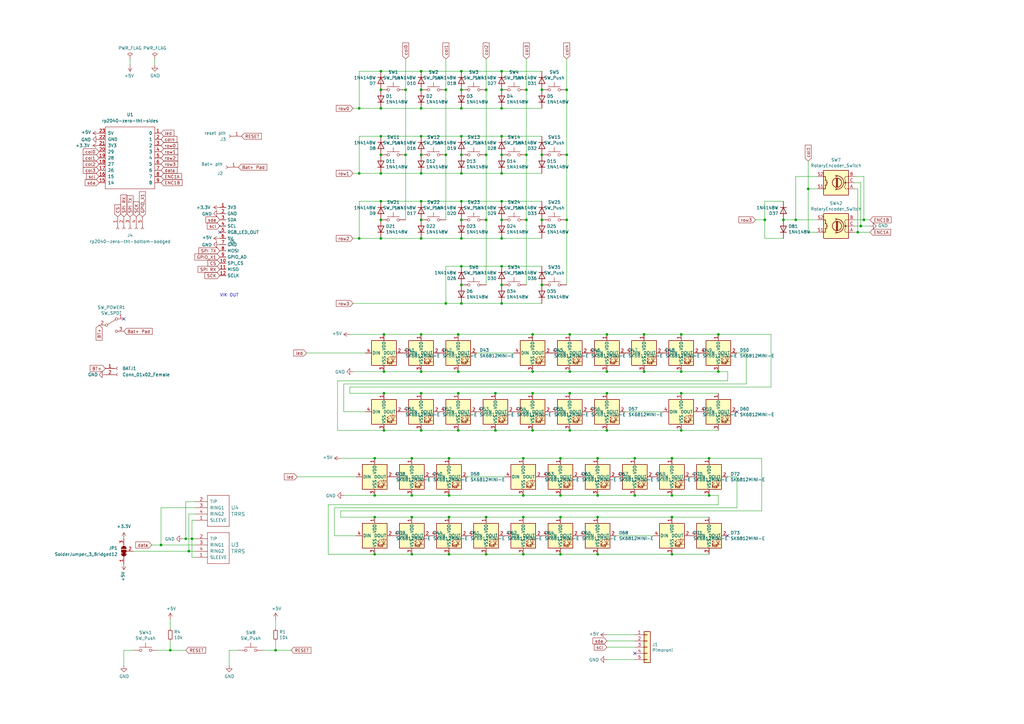
<source format=kicad_sch>
(kicad_sch (version 20230121) (generator eeschema)
  (paper "A3")
  (junction (at 157.48 152.4))
  (junction (at 290.83 203.2))
  (junction (at 205.74 116.84))
  (junction (at 275.59 203.2))
  (junction (at 203.2 161.29))
  (junction (at 275.59 187.96))
  (junction (at 168.91 203.2))
  (junction (at 354.33 90.17))
  (junction (at 353.06 92.71))
  (junction (at 260.35 187.96))
  (junction (at 187.96 152.4))
  (junction (at 245.11 203.2))
  (junction (at 205.74 44.45))
  (junction (at 215.9 90.17))
  (junction (at 184.15 227.33))
  (junction (at 189.23 97.79))
  (junction (at 69.85 266.7))
  (junction (at 172.72 36.83))
  (junction (at 248.92 161.29))
  (junction (at 153.67 187.96))
  (junction (at 172.72 152.4))
  (junction (at 156.21 44.45))
  (junction (at 233.68 176.53))
  (junction (at 279.4 152.4))
  (junction (at 205.74 109.22))
  (junction (at 187.96 176.53))
  (junction (at 229.87 212.09))
  (junction (at 294.64 152.4))
  (junction (at 184.15 212.09))
  (junction (at 187.96 161.29))
  (junction (at 189.23 36.83))
  (junction (at 172.72 63.5))
  (junction (at 331.47 77.47))
  (junction (at 156.21 71.12))
  (junction (at 156.21 63.5))
  (junction (at 189.23 44.45))
  (junction (at 232.41 63.5))
  (junction (at 157.48 137.16))
  (junction (at 215.9 36.83))
  (junction (at 189.23 71.12))
  (junction (at 189.23 29.21))
  (junction (at 189.23 55.88))
  (junction (at 182.88 63.5))
  (junction (at 279.4 176.53))
  (junction (at 321.31 90.17))
  (junction (at 172.72 137.16))
  (junction (at 205.74 90.17))
  (junction (at 248.92 152.4))
  (junction (at 214.63 227.33))
  (junction (at 189.23 82.55))
  (junction (at 245.11 212.09))
  (junction (at 233.68 152.4))
  (junction (at 248.92 176.53))
  (junction (at 229.87 203.2))
  (junction (at 218.44 161.29))
  (junction (at 232.41 90.17))
  (junction (at 222.25 63.5))
  (junction (at 156.21 55.88))
  (junction (at 205.74 29.21))
  (junction (at 199.39 63.5))
  (junction (at 214.63 187.96))
  (junction (at 275.59 227.33))
  (junction (at 189.23 116.84))
  (junction (at 218.44 176.53))
  (junction (at 156.21 97.79))
  (junction (at 168.91 212.09))
  (junction (at 229.87 187.96))
  (junction (at 215.9 63.5))
  (junction (at 182.88 124.46))
  (junction (at 153.67 212.09))
  (junction (at 205.74 55.88))
  (junction (at 189.23 63.5))
  (junction (at 184.15 203.2))
  (junction (at 279.4 137.16))
  (junction (at 205.74 97.79))
  (junction (at 172.72 161.29))
  (junction (at 168.91 227.33))
  (junction (at 233.68 137.16))
  (junction (at 205.74 36.83))
  (junction (at 205.74 63.5))
  (junction (at 222.25 90.17))
  (junction (at 182.88 36.83))
  (junction (at 147.32 44.45))
  (junction (at 199.39 227.33))
  (junction (at 153.67 203.2))
  (junction (at 233.68 161.29))
  (junction (at 172.72 90.17))
  (junction (at 232.41 36.83))
  (junction (at 222.25 36.83))
  (junction (at 199.39 212.09))
  (junction (at 77.47 226.06))
  (junction (at 199.39 90.17))
  (junction (at 264.16 137.16))
  (junction (at 222.25 116.84))
  (junction (at 184.15 187.96))
  (junction (at 172.72 71.12))
  (junction (at 172.72 176.53))
  (junction (at 156.21 90.17))
  (junction (at 78.74 220.98))
  (junction (at 172.72 82.55))
  (junction (at 248.92 137.16))
  (junction (at 245.11 187.96))
  (junction (at 113.03 266.7))
  (junction (at 260.35 203.2))
  (junction (at 351.79 95.25))
  (junction (at 76.2 220.98))
  (junction (at 199.39 36.83))
  (junction (at 326.39 90.17))
  (junction (at 203.2 176.53))
  (junction (at 275.59 212.09))
  (junction (at 290.83 187.96))
  (junction (at 279.4 161.29))
  (junction (at 153.67 227.33))
  (junction (at 187.96 137.16))
  (junction (at 157.48 161.29))
  (junction (at 147.32 71.12))
  (junction (at 205.74 124.46))
  (junction (at 156.21 36.83))
  (junction (at 229.87 227.33))
  (junction (at 245.11 227.33))
  (junction (at 66.04 223.52))
  (junction (at 157.48 176.53))
  (junction (at 189.23 90.17))
  (junction (at 189.23 109.22))
  (junction (at 205.74 71.12))
  (junction (at 189.23 124.46))
  (junction (at 156.21 82.55))
  (junction (at 166.37 36.83))
  (junction (at 172.72 97.79))
  (junction (at 264.16 152.4))
  (junction (at 166.37 63.5))
  (junction (at 156.21 29.21))
  (junction (at 218.44 152.4))
  (junction (at 294.64 137.16))
  (junction (at 313.69 90.17))
  (junction (at 214.63 203.2))
  (junction (at 172.72 44.45))
  (junction (at 168.91 187.96))
  (junction (at 205.74 82.55))
  (junction (at 172.72 55.88))
  (junction (at 218.44 137.16))
  (junction (at 147.32 97.79))
  (junction (at 214.63 212.09))
  (junction (at 172.72 29.21))
  (no_connect (at 302.26 168.91))
  (no_connect (at 90.17 95.25))
  (no_connect (at 50.8 130.81))
  (no_connect (at 260.35 267.97))
  (no_connect (at 298.45 219.71))
  (wire (pts (xy 218.44 161.29) (xy 233.68 161.29)))
  (wire (pts (xy 147.32 55.88) (xy 156.21 55.88)))
  (wire (pts (xy 350.52 90.17) (xy 354.33 90.17)))
  (wire (pts (xy 74.93 220.98) (xy 76.2 220.98)))
  (wire (pts (xy 199.39 63.5) (xy 199.39 90.17)))
  (wire (pts (xy 350.52 74.93) (xy 353.06 74.93)))
  (wire (pts (xy 50.8 266.7) (xy 50.8 273.05)))
  (wire (pts (xy 298.45 156.21) (xy 138.43 156.21)))
  (wire (pts (xy 140.97 157.48) (xy 140.97 168.91)))
  (wire (pts (xy 306.07 144.78) (xy 306.07 157.48)))
  (wire (pts (xy 139.7 187.96) (xy 153.67 187.96)))
  (wire (pts (xy 172.72 176.53) (xy 157.48 176.53)))
  (wire (pts (xy 156.21 97.79) (xy 172.72 97.79)))
  (wire (pts (xy 215.9 63.5) (xy 215.9 90.17)))
  (wire (pts (xy 78.74 228.6) (xy 78.74 220.98)))
  (wire (pts (xy 354.33 72.39) (xy 354.33 90.17)))
  (wire (pts (xy 147.32 97.79) (xy 156.21 97.79)))
  (wire (pts (xy 143.51 158.75) (xy 143.51 161.29)))
  (wire (pts (xy 205.74 71.12) (xy 222.25 71.12)))
  (wire (pts (xy 331.47 95.25) (xy 335.28 95.25)))
  (wire (pts (xy 350.52 92.71) (xy 353.06 92.71)))
  (wire (pts (xy 214.63 203.2) (xy 229.87 203.2)))
  (wire (pts (xy 147.32 44.45) (xy 156.21 44.45)))
  (wire (pts (xy 157.48 137.16) (xy 172.72 137.16)))
  (wire (pts (xy 335.28 77.47) (xy 331.47 77.47)))
  (wire (pts (xy 199.39 24.13) (xy 199.39 36.83)))
  (wire (pts (xy 63.5 24.13) (xy 63.5 26.67)))
  (wire (pts (xy 248.92 152.4) (xy 264.16 152.4)))
  (wire (pts (xy 189.23 55.88) (xy 205.74 55.88)))
  (wire (pts (xy 248.92 262.89) (xy 260.35 262.89)))
  (wire (pts (xy 350.52 95.25) (xy 351.79 95.25)))
  (wire (pts (xy 294.64 207.01) (xy 134.62 207.01)))
  (wire (pts (xy 205.74 82.55) (xy 222.25 82.55)))
  (wire (pts (xy 312.42 187.96) (xy 312.42 209.55)))
  (wire (pts (xy 229.87 187.96) (xy 245.11 187.96)))
  (wire (pts (xy 306.07 157.48) (xy 140.97 157.48)))
  (wire (pts (xy 321.31 97.79) (xy 313.69 97.79)))
  (wire (pts (xy 157.48 152.4) (xy 172.72 152.4)))
  (wire (pts (xy 275.59 203.2) (xy 290.83 203.2)))
  (wire (pts (xy 279.4 161.29) (xy 294.64 161.29)))
  (wire (pts (xy 245.11 203.2) (xy 260.35 203.2)))
  (wire (pts (xy 64.77 266.7) (xy 69.85 266.7)))
  (wire (pts (xy 233.68 152.4) (xy 248.92 152.4)))
  (wire (pts (xy 275.59 212.09) (xy 290.83 212.09)))
  (wire (pts (xy 143.51 137.16) (xy 157.48 137.16)))
  (wire (pts (xy 182.88 36.83) (xy 182.88 63.5)))
  (wire (pts (xy 147.32 97.79) (xy 147.32 82.55)))
  (wire (pts (xy 335.28 90.17) (xy 326.39 90.17)))
  (wire (pts (xy 189.23 109.22) (xy 205.74 109.22)))
  (wire (pts (xy 298.45 195.58) (xy 302.26 195.58)))
  (wire (pts (xy 290.83 187.96) (xy 312.42 187.96)))
  (wire (pts (xy 335.28 72.39) (xy 326.39 72.39)))
  (wire (pts (xy 252.73 219.71) (xy 267.97 219.71)))
  (wire (pts (xy 144.78 124.46) (xy 182.88 124.46)))
  (wire (pts (xy 156.21 55.88) (xy 172.72 55.88)))
  (wire (pts (xy 172.72 137.16) (xy 187.96 137.16)))
  (wire (pts (xy 143.51 161.29) (xy 157.48 161.29)))
  (wire (pts (xy 77.47 210.82) (xy 77.47 226.06)))
  (wire (pts (xy 233.68 161.29) (xy 248.92 161.29)))
  (wire (pts (xy 80.01 205.74) (xy 76.2 205.74)))
  (wire (pts (xy 326.39 72.39) (xy 326.39 90.17)))
  (wire (pts (xy 294.64 137.16) (xy 316.23 137.16)))
  (wire (pts (xy 166.37 63.5) (xy 166.37 90.17)))
  (wire (pts (xy 199.39 227.33) (xy 184.15 227.33)))
  (wire (pts (xy 232.41 63.5) (xy 232.41 90.17)))
  (wire (pts (xy 172.72 152.4) (xy 187.96 152.4)))
  (wire (pts (xy 233.68 176.53) (xy 218.44 176.53)))
  (wire (pts (xy 66.04 223.52) (xy 62.23 223.52)))
  (wire (pts (xy 69.85 257.81) (xy 69.85 254)))
  (wire (pts (xy 229.87 203.2) (xy 245.11 203.2)))
  (wire (pts (xy 260.35 187.96) (xy 275.59 187.96)))
  (wire (pts (xy 172.72 97.79) (xy 189.23 97.79)))
  (wire (pts (xy 182.88 109.22) (xy 189.23 109.22)))
  (wire (pts (xy 260.35 203.2) (xy 275.59 203.2)))
  (wire (pts (xy 113.03 266.7) (xy 113.03 262.89)))
  (wire (pts (xy 66.04 208.28) (xy 80.01 208.28)))
  (wire (pts (xy 353.06 74.93) (xy 353.06 92.71)))
  (wire (pts (xy 214.63 187.96) (xy 229.87 187.96)))
  (wire (pts (xy 125.73 144.78) (xy 149.86 144.78)))
  (wire (pts (xy 326.39 90.17) (xy 321.31 90.17)))
  (wire (pts (xy 191.77 195.58) (xy 207.01 195.58)))
  (wire (pts (xy 316.23 137.16) (xy 316.23 158.75)))
  (wire (pts (xy 184.15 187.96) (xy 214.63 187.96)))
  (wire (pts (xy 76.2 266.7) (xy 69.85 266.7)))
  (wire (pts (xy 312.42 209.55) (xy 139.7 209.55)))
  (wire (pts (xy 215.9 90.17) (xy 215.9 116.84)))
  (wire (pts (xy 66.04 208.28) (xy 66.04 223.52)))
  (wire (pts (xy 248.92 176.53) (xy 279.4 176.53)))
  (wire (pts (xy 294.64 152.4) (xy 298.45 152.4)))
  (wire (pts (xy 137.16 219.71) (xy 146.05 219.71)))
  (wire (pts (xy 313.69 90.17) (xy 309.88 90.17)))
  (wire (pts (xy 218.44 152.4) (xy 233.68 152.4)))
  (wire (pts (xy 350.52 77.47) (xy 351.79 77.47)))
  (wire (pts (xy 138.43 156.21) (xy 138.43 176.53)))
  (wire (pts (xy 294.64 176.53) (xy 279.4 176.53)))
  (wire (pts (xy 214.63 227.33) (xy 199.39 227.33)))
  (wire (pts (xy 205.74 29.21) (xy 222.25 29.21)))
  (wire (pts (xy 119.38 266.7) (xy 113.03 266.7)))
  (wire (pts (xy 172.72 161.29) (xy 187.96 161.29)))
  (wire (pts (xy 172.72 44.45) (xy 189.23 44.45)))
  (wire (pts (xy 147.32 44.45) (xy 147.32 29.21)))
  (wire (pts (xy 214.63 212.09) (xy 229.87 212.09)))
  (wire (pts (xy 248.92 137.16) (xy 264.16 137.16)))
  (wire (pts (xy 66.04 223.52) (xy 80.01 223.52)))
  (wire (pts (xy 69.85 266.7) (xy 69.85 262.89)))
  (wire (pts (xy 248.92 176.53) (xy 233.68 176.53)))
  (wire (pts (xy 54.61 226.06) (xy 77.47 226.06)))
  (wire (pts (xy 302.26 144.78) (xy 306.07 144.78)))
  (wire (pts (xy 147.32 29.21) (xy 156.21 29.21)))
  (wire (pts (xy 78.74 220.98) (xy 80.01 220.98)))
  (wire (pts (xy 76.2 220.98) (xy 78.74 220.98)))
  (wire (pts (xy 313.69 82.55) (xy 313.69 90.17)))
  (wire (pts (xy 313.69 97.79) (xy 313.69 90.17)))
  (wire (pts (xy 53.34 24.13) (xy 53.34 26.67)))
  (wire (pts (xy 166.37 24.13) (xy 166.37 36.83)))
  (wire (pts (xy 354.33 90.17) (xy 356.87 90.17)))
  (wire (pts (xy 147.32 82.55) (xy 156.21 82.55)))
  (wire (pts (xy 351.79 95.25) (xy 356.87 95.25)))
  (wire (pts (xy 93.98 266.7) (xy 97.79 266.7)))
  (wire (pts (xy 353.06 92.71) (xy 356.87 92.71)))
  (wire (pts (xy 182.88 124.46) (xy 189.23 124.46)))
  (wire (pts (xy 156.21 29.21) (xy 172.72 29.21)))
  (wire (pts (xy 168.91 227.33) (xy 153.67 227.33)))
  (wire (pts (xy 107.95 266.7) (xy 113.03 266.7)))
  (wire (pts (xy 229.87 212.09) (xy 245.11 212.09)))
  (wire (pts (xy 187.96 176.53) (xy 172.72 176.53)))
  (wire (pts (xy 187.96 152.4) (xy 218.44 152.4)))
  (wire (pts (xy 245.11 227.33) (xy 229.87 227.33)))
  (wire (pts (xy 302.26 208.28) (xy 137.16 208.28)))
  (wire (pts (xy 144.78 97.79) (xy 147.32 97.79)))
  (wire (pts (xy 203.2 176.53) (xy 187.96 176.53)))
  (wire (pts (xy 290.83 203.2) (xy 294.64 203.2)))
  (wire (pts (xy 248.92 265.43) (xy 260.35 265.43)))
  (wire (pts (xy 182.88 24.13) (xy 182.88 36.83)))
  (wire (pts (xy 157.48 176.53) (xy 138.43 176.53)))
  (wire (pts (xy 199.39 212.09) (xy 214.63 212.09)))
  (wire (pts (xy 229.87 227.33) (xy 214.63 227.33)))
  (wire (pts (xy 279.4 152.4) (xy 294.64 152.4)))
  (wire (pts (xy 156.21 44.45) (xy 172.72 44.45)))
  (wire (pts (xy 172.72 55.88) (xy 189.23 55.88)))
  (wire (pts (xy 218.44 137.16) (xy 233.68 137.16)))
  (wire (pts (xy 144.78 152.4) (xy 157.48 152.4)))
  (wire (pts (xy 203.2 161.29) (xy 218.44 161.29)))
  (wire (pts (xy 232.41 90.17) (xy 232.41 116.84)))
  (wire (pts (xy 232.41 24.13) (xy 232.41 36.83)))
  (wire (pts (xy 248.92 270.51) (xy 260.35 270.51)))
  (wire (pts (xy 156.21 82.55) (xy 172.72 82.55)))
  (wire (pts (xy 264.16 137.16) (xy 279.4 137.16)))
  (wire (pts (xy 245.11 227.33) (xy 275.59 227.33)))
  (wire (pts (xy 153.67 227.33) (xy 134.62 227.33)))
  (wire (pts (xy 233.68 137.16) (xy 248.92 137.16)))
  (wire (pts (xy 245.11 187.96) (xy 260.35 187.96)))
  (wire (pts (xy 153.67 187.96) (xy 168.91 187.96)))
  (wire (pts (xy 189.23 44.45) (xy 205.74 44.45)))
  (wire (pts (xy 153.67 203.2) (xy 168.91 203.2)))
  (wire (pts (xy 205.74 55.88) (xy 222.25 55.88)))
  (wire (pts (xy 184.15 212.09) (xy 199.39 212.09)))
  (wire (pts (xy 275.59 187.96) (xy 290.83 187.96)))
  (wire (pts (xy 166.37 36.83) (xy 166.37 63.5)))
  (wire (pts (xy 316.23 158.75) (xy 143.51 158.75)))
  (wire (pts (xy 137.16 208.28) (xy 137.16 219.71)))
  (wire (pts (xy 187.96 161.29) (xy 203.2 161.29)))
  (wire (pts (xy 144.78 71.12) (xy 147.32 71.12)))
  (wire (pts (xy 140.97 168.91) (xy 149.86 168.91)))
  (wire (pts (xy 331.47 66.04) (xy 331.47 77.47)))
  (wire (pts (xy 184.15 227.33) (xy 168.91 227.33)))
  (wire (pts (xy 232.41 36.83) (xy 232.41 63.5)))
  (wire (pts (xy 245.11 212.09) (xy 275.59 212.09)))
  (wire (pts (xy 248.92 161.29) (xy 279.4 161.29)))
  (wire (pts (xy 215.9 36.83) (xy 215.9 63.5)))
  (wire (pts (xy 205.74 44.45) (xy 222.25 44.45)))
  (wire (pts (xy 184.15 203.2) (xy 214.63 203.2)))
  (wire (pts (xy 205.74 97.79) (xy 222.25 97.79)))
  (wire (pts (xy 189.23 82.55) (xy 205.74 82.55)))
  (wire (pts (xy 80.01 213.36) (xy 78.74 213.36)))
  (wire (pts (xy 279.4 137.16) (xy 294.64 137.16)))
  (wire (pts (xy 172.72 82.55) (xy 189.23 82.55)))
  (wire (pts (xy 298.45 152.4) (xy 298.45 156.21)))
  (wire (pts (xy 264.16 152.4) (xy 279.4 152.4)))
  (wire (pts (xy 189.23 71.12) (xy 205.74 71.12)))
  (wire (pts (xy 147.32 71.12) (xy 147.32 55.88)))
  (wire (pts (xy 294.64 203.2) (xy 294.64 207.01)))
  (wire (pts (xy 140.97 203.2) (xy 153.67 203.2)))
  (wire (pts (xy 168.91 187.96) (xy 184.15 187.96)))
  (wire (pts (xy 331.47 77.47) (xy 331.47 95.25)))
  (wire (pts (xy 168.91 203.2) (xy 184.15 203.2)))
  (wire (pts (xy 144.78 44.45) (xy 147.32 44.45)))
  (wire (pts (xy 182.88 124.46) (xy 182.88 109.22)))
  (wire (pts (xy 218.44 176.53) (xy 203.2 176.53)))
  (wire (pts (xy 78.74 213.36) (xy 78.74 220.98)))
  (wire (pts (xy 350.52 72.39) (xy 354.33 72.39)))
  (wire (pts (xy 215.9 24.13) (xy 215.9 36.83)))
  (wire (pts (xy 205.74 109.22) (xy 222.25 109.22)))
  (wire (pts (xy 189.23 97.79) (xy 205.74 97.79)))
  (wire (pts (xy 157.48 161.29) (xy 172.72 161.29)))
  (wire (pts (xy 182.88 63.5) (xy 182.88 90.17)))
  (wire (pts (xy 187.96 137.16) (xy 218.44 137.16)))
  (wire (pts (xy 189.23 124.46) (xy 205.74 124.46)))
  (wire (pts (xy 80.01 228.6) (xy 78.74 228.6)))
  (wire (pts (xy 199.39 36.83) (xy 199.39 63.5)))
  (wire (pts (xy 77.47 210.82) (xy 80.01 210.82)))
  (wire (pts (xy 139.7 209.55) (xy 139.7 212.09)))
  (wire (pts (xy 76.2 205.74) (xy 76.2 220.98)))
  (wire (pts (xy 121.92 195.58) (xy 146.05 195.58)))
  (wire (pts (xy 248.92 260.35) (xy 260.35 260.35)))
  (wire (pts (xy 134.62 207.01) (xy 134.62 227.33)))
  (wire (pts (xy 256.54 168.91) (xy 271.78 168.91)))
  (wire (pts (xy 168.91 212.09) (xy 184.15 212.09)))
  (wire (pts (xy 113.03 257.81) (xy 113.03 254)))
  (wire (pts (xy 290.83 227.33) (xy 275.59 227.33)))
  (wire (pts (xy 153.67 212.09) (xy 168.91 212.09)))
  (wire (pts (xy 77.47 226.06) (xy 80.01 226.06)))
  (wire (pts (xy 172.72 71.12) (xy 189.23 71.12)))
  (wire (pts (xy 93.98 266.7) (xy 93.98 273.05)))
  (wire (pts (xy 172.72 29.21) (xy 189.23 29.21)))
  (wire (pts (xy 321.31 82.55) (xy 313.69 82.55)))
  (wire (pts (xy 50.8 266.7) (xy 54.61 266.7)))
  (wire (pts (xy 139.7 212.09) (xy 153.67 212.09)))
  (wire (pts (xy 156.21 71.12) (xy 172.72 71.12)))
  (wire (pts (xy 302.26 195.58) (xy 302.26 208.28)))
  (wire (pts (xy 199.39 90.17) (xy 199.39 116.84)))
  (wire (pts (xy 195.58 144.78) (xy 210.82 144.78)))
  (wire (pts (xy 147.32 71.12) (xy 156.21 71.12)))
  (wire (pts (xy 351.79 77.47) (xy 351.79 95.25)))
  (wire (pts (xy 205.74 124.46) (xy 222.25 124.46)))
  (wire (pts (xy 189.23 29.21) (xy 205.74 29.21)))
  (text "VIK OUT" (at 90.17 121.92 0) (effects (font (size 1.27 1.27)) (justify left bottom)))
  (global_label "col2" (shape input) (at 199.39 24.13 90) (property "Intersheetrefs" "${INTERSHEET_REFS}" (effects hide)))
  (global_label "data" (shape input) (at 62.23 223.52 180) (property "Intersheetrefs" "${INTERSHEET_REFS}" (effects hide)))
  (global_label "Bat+ Pad" (shape input) (at 50.8 135.89 0) (property "Intersheetrefs" "${INTERSHEET_REFS}" (effects hide)))
  (global_label "BT+" (shape input) (at 40.64 133.35 270) (property "Intersheetrefs" "${INTERSHEET_REFS}" (effects hide)))
  (global_label "col0" (shape input) (at 40.64 62.23 180) (property "Intersheetrefs" "${INTERSHEET_REFS}" (effects hide)))
  (global_label "Bat+ Pad" (shape input) (at 97.79 68.58 0) (property "Intersheetrefs" "${INTERSHEET_REFS}" (effects hide)))
  (global_label "GPIO_X1" (shape input) (at 90.17 105.41 180) (property "Intersheetrefs" "${INTERSHEET_REFS}" (effects hide)))
  (global_label "GPIO_X1" (shape input) (at 58.42 88.9 90) (property "Intersheetrefs" "${INTERSHEET_REFS}" (effects hide)))
  (global_label "col3" (shape input) (at 215.9 24.13 90) (property "Intersheetrefs" "${INTERSHEET_REFS}" (effects hide)))
  (global_label "ENC1B" (shape input) (at 356.87 90.17 0) (property "Intersheetrefs" "${INTERSHEET_REFS}" (effects hide)))
  (global_label "row1" (shape input) (at 66.04 62.23 0) (property "Intersheetrefs" "${INTERSHEET_REFS}" (effects hide)))
  (global_label "row3" (shape input) (at 309.88 90.17 180) (property "Intersheetrefs" "${INTERSHEET_REFS}" (effects hide)))
  (global_label "ENC1A" (shape input) (at 66.04 72.39 0) (property "Intersheetrefs" "${INTERSHEET_REFS}" (effects hide)))
  (global_label "SCK" (shape input) (at 55.88 88.9 90) (property "Intersheetrefs" "${INTERSHEET_REFS}" (effects hide)))
  (global_label "row3" (shape input) (at 66.04 67.31 0) (property "Intersheetrefs" "${INTERSHEET_REFS}" (effects hide)))
  (global_label "col2" (shape input) (at 40.64 67.31 180) (property "Intersheetrefs" "${INTERSHEET_REFS}" (effects hide)))
  (global_label "ENC1B" (shape input) (at 66.04 74.93 0) (property "Intersheetrefs" "${INTERSHEET_REFS}" (effects hide)))
  (global_label "col1" (shape input) (at 331.47 66.04 90) (property "Intersheetrefs" "${INTERSHEET_REFS}" (effects hide)))
  (global_label "row2" (shape input) (at 144.78 97.79 180) (property "Intersheetrefs" "${INTERSHEET_REFS}" (effects hide)))
  (global_label "SPI RX" (shape input) (at 50.8 88.9 90) (property "Intersheetrefs" "${INTERSHEET_REFS}" (effects hide)))
  (global_label "RESET" (shape input) (at 76.2 266.7 0) (property "Intersheetrefs" "${INTERSHEET_REFS}" (effects hide)))
  (global_label "col1" (shape input) (at 182.88 24.13 90) (property "Intersheetrefs" "${INTERSHEET_REFS}" (effects hide)))
  (global_label "SPI RX" (shape input) (at 90.17 110.49 180) (property "Intersheetrefs" "${INTERSHEET_REFS}" (effects hide)))
  (global_label "led" (shape input) (at 121.92 195.58 180) (property "Intersheetrefs" "${INTERSHEET_REFS}" (effects hide)))
  (global_label "col4" (shape input) (at 66.04 57.15 0) (property "Intersheetrefs" "${INTERSHEET_REFS}" (effects hide)))
  (global_label "row1" (shape input) (at 144.78 71.12 180) (property "Intersheetrefs" "${INTERSHEET_REFS}" (effects hide)))
  (global_label "SCK" (shape input) (at 90.17 113.03 180) (property "Intersheetrefs" "${INTERSHEET_REFS}" (effects hide)))
  (global_label "data" (shape input) (at 66.04 69.85 0) (property "Intersheetrefs" "${INTERSHEET_REFS}" (effects hide)))
  (global_label "sda" (shape input) (at 40.64 74.93 180) (property "Intersheetrefs" "${INTERSHEET_REFS}" (effects hide)))
  (global_label "SPI TX" (shape input) (at 53.34 88.9 90) (property "Intersheetrefs" "${INTERSHEET_REFS}" (effects hide)))
  (global_label "RESET" (shape input) (at 99.06 55.88 0) (property "Intersheetrefs" "${INTERSHEET_REFS}" (effects hide)))
  (global_label "SPI TX" (shape input) (at 90.17 102.87 180) (property "Intersheetrefs" "${INTERSHEET_REFS}" (effects hide)))
  (global_label "RESET" (shape input) (at 119.38 266.7 0) (property "Intersheetrefs" "${INTERSHEET_REFS}" (effects hide)))
  (global_label "led" (shape input) (at 66.04 54.61 0) (property "Intersheetrefs" "${INTERSHEET_REFS}" (effects hide)))
  (global_label "CS" (shape input) (at 48.26 88.9 90) (property "Intersheetrefs" "${INTERSHEET_REFS}" (effects hide)))
  (global_label "col3" (shape input) (at 40.64 69.85 180) (property "Intersheetrefs" "${INTERSHEET_REFS}" (effects hide)))
  (global_label "row3" (shape input) (at 144.78 124.46 180) (property "Intersheetrefs" "${INTERSHEET_REFS}" (effects hide)))
  (global_label "row2" (shape input) (at 66.04 64.77 0) (property "Intersheetrefs" "${INTERSHEET_REFS}" (effects hide)))
  (global_label "BT+" (shape input) (at 43.18 151.13 180) (property "Intersheetrefs" "${INTERSHEET_REFS}" (effects hide)))
  (global_label "scl" (shape input) (at 90.17 92.71 180) (property "Intersheetrefs" "${INTERSHEET_REFS}" (effects hide)))
  (global_label "row0" (shape input) (at 144.78 44.45 180) (property "Intersheetrefs" "${INTERSHEET_REFS}" (effects hide)))
  (global_label "row0" (shape input) (at 66.04 59.69 0) (property "Intersheetrefs" "${INTERSHEET_REFS}" (effects hide)))
  (global_label "led" (shape input) (at 125.73 144.78 180) (property "Intersheetrefs" "${INTERSHEET_REFS}" (effects hide)))
  (global_label "ENC1A" (shape input) (at 356.87 95.25 0) (property "Intersheetrefs" "${INTERSHEET_REFS}" (effects hide)))
  (global_label "col4" (shape input) (at 232.41 24.13 90) (property "Intersheetrefs" "${INTERSHEET_REFS}" (effects hide)))
  (global_label "sda" (shape input) (at 248.92 262.89 180) (property "Intersheetrefs" "${INTERSHEET_REFS}" (effects hide)))
  (global_label "col0" (shape input) (at 166.37 24.13 90) (property "Intersheetrefs" "${INTERSHEET_REFS}" (effects hide)))
  (global_label "sda" (shape input) (at 90.17 90.17 180) (property "Intersheetrefs" "${INTERSHEET_REFS}" (effects hide)))
  (global_label "scl" (shape input) (at 40.64 72.39 180) (property "Intersheetrefs" "${INTERSHEET_REFS}" (effects hide)))
  (global_label "CS" (shape input) (at 90.17 107.95 180) (property "Intersheetrefs" "${INTERSHEET_REFS}" (effects hide)))
  (global_label "scl" (shape input) (at 248.92 265.43 180) (property "Intersheetrefs" "${INTERSHEET_REFS}" (effects hide)))
  (global_label "col1" (shape input) (at 40.64 64.77 180) (property "Intersheetrefs" "${INTERSHEET_REFS}" (effects hide)))
  (symbol (lib_id "Device:R_Small") (at 69.85 260.35 0) (unit 1)
    (property "Reference" "R4" (at 71.3486 259.1816 0) (effects (justify left)))
    (property "Value" "10k" (at 71.3486 261.493 0) (effects (justify left)))
    (property "Footprint" "Resistor_SMD:R_0805_2012Metric" (effects hide))
    (property "LCSC" "C17414" (effects hide))
  )
  (symbol (lib_id "power:+5V") (at 69.85 254 0) (unit 1)
    (property "Reference" "#PWR011" (effects hide))
    (property "Value" "+5V" (at 70.231 249.6058 0))
  )
  (symbol (lib_id "power:GND") (at 50.8 273.05 0) (unit 1)
    (property "Reference" "#PWR013" (effects hide))
    (property "Value" "GND" (at 50.927 277.4442 0))
  )
  (symbol (lib_id "Switch:SW_Push") (at 161.29 36.83 0) (unit 1)
    (property "Reference" "SW1" (at 161.29 29.591 0))
    (property "Value" "SW_Push" (at 161.29 31.9024 0))
    (property "Footprint" "keyswitches:SW_PG1350_reversible" (effects hide))
  )
  (symbol (lib_id "Diode:1N4148W") (at 156.21 40.64 90) (unit 1)
    (property "Reference" "D1" (at 158.242 39.4716 90) (effects (justify right)))
    (property "Value" "1N4148W" (at 158.242 41.783 90) (effects (justify right)))
    (property "Footprint" "Diode_SMD:D_SOD-123" (effects hide))
    (property "Datasheet" "https://www.vishay.com/docs/85748/1n4148w.pdf" (effects hide))
    (property "LCSC" "C727110" (effects hide))
  )
  (symbol (lib_id "Switch:SW_Push") (at 177.8 36.83 0) (unit 1)
    (property "Reference" "SW2" (at 177.8 29.591 0))
    (property "Value" "SW_Push" (at 177.8 31.9024 0))
    (property "Footprint" "keyswitches:SW_PG1350_reversible" (effects hide))
  )
  (symbol (lib_id "Diode:1N4148W") (at 172.72 40.64 90) (unit 1)
    (property "Reference" "D2" (at 174.752 39.4716 90) (effects (justify right)))
    (property "Value" "1N4148W" (at 174.752 41.783 90) (effects (justify right)))
    (property "Footprint" "Diode_SMD:D_SOD-123" (effects hide))
    (property "Datasheet" "https://www.vishay.com/docs/85748/1n4148w.pdf" (effects hide))
    (property "LCSC" "C727110" (effects hide))
  )
  (symbol (lib_id "Switch:SW_Push") (at 194.31 36.83 0) (unit 1)
    (property "Reference" "SW3" (at 194.31 29.591 0))
    (property "Value" "SW_Push" (at 194.31 31.9024 0))
    (property "Footprint" "keyswitches:SW_PG1350_reversible" (effects hide))
  )
  (symbol (lib_id "Diode:1N4148W") (at 189.23 40.64 90) (unit 1)
    (property "Reference" "D3" (at 191.262 39.4716 90) (effects (justify right)))
    (property "Value" "1N4148W" (at 191.262 41.783 90) (effects (justify right)))
    (property "Footprint" "Diode_SMD:D_SOD-123" (effects hide))
    (property "Datasheet" "https://www.vishay.com/docs/85748/1n4148w.pdf" (effects hide))
    (property "LCSC" "C727110" (effects hide))
  )
  (symbol (lib_id "Switch:SW_Push") (at 210.82 36.83 0) (unit 1)
    (property "Reference" "SW4" (at 210.82 29.591 0))
    (property "Value" "SW_Push" (at 210.82 31.9024 0))
    (property "Footprint" "keyswitches:SW_PG1350_reversible" (effects hide))
  )
  (symbol (lib_id "Diode:1N4148W") (at 205.74 40.64 90) (unit 1)
    (property "Reference" "D4" (at 207.772 39.4716 90) (effects (justify right)))
    (property "Value" "1N4148W" (at 207.772 41.783 90) (effects (justify right)))
    (property "Footprint" "Diode_SMD:D_SOD-123" (effects hide))
    (property "Datasheet" "https://www.vishay.com/docs/85748/1n4148w.pdf" (effects hide))
    (property "LCSC" "C727110" (effects hide))
  )
  (symbol (lib_id "Switch:SW_Push") (at 227.33 36.83 0) (unit 1)
    (property "Reference" "SW5" (at 227.33 29.591 0))
    (property "Value" "SW_Push" (at 227.33 31.9024 0))
    (property "Footprint" "keyswitches:SW_PG1350_reversible" (effects hide))
  )
  (symbol (lib_id "Diode:1N4148W") (at 222.25 40.64 90) (unit 1)
    (property "Reference" "D5" (at 224.282 39.4716 90) (effects (justify right)))
    (property "Value" "1N4148W" (at 224.282 41.783 90) (effects (justify right)))
    (property "Footprint" "Diode_SMD:D_SOD-123" (effects hide))
    (property "Datasheet" "https://www.vishay.com/docs/85748/1n4148w.pdf" (effects hide))
    (property "LCSC" "C727110" (effects hide))
  )
  (symbol (lib_id "Switch:SW_Push") (at 161.29 63.5 0) (unit 1)
    (property "Reference" "SW11" (at 161.29 56.261 0))
    (property "Value" "SW_Push" (at 161.29 58.5724 0))
    (property "Footprint" "keyswitches:SW_PG1350_reversible" (effects hide))
  )
  (symbol (lib_id "Diode:1N4148W") (at 156.21 67.31 90) (unit 1)
    (property "Reference" "D11" (at 158.242 66.1416 90) (effects (justify right)))
    (property "Value" "1N4148W" (at 158.242 68.453 90) (effects (justify right)))
    (property "Footprint" "Diode_SMD:D_SOD-123" (effects hide))
    (property "Datasheet" "https://www.vishay.com/docs/85748/1n4148w.pdf" (effects hide))
    (property "LCSC" "C727110" (effects hide))
  )
  (symbol (lib_id "Switch:SW_Push") (at 177.8 63.5 0) (unit 1)
    (property "Reference" "SW12" (at 177.8 56.261 0))
    (property "Value" "SW_Push" (at 177.8 58.5724 0))
    (property "Footprint" "keyswitches:SW_PG1350_reversible" (effects hide))
  )
  (symbol (lib_id "Diode:1N4148W") (at 172.72 67.31 90) (unit 1)
    (property "Reference" "D12" (at 174.752 66.1416 90) (effects (justify right)))
    (property "Value" "1N4148W" (at 174.752 68.453 90) (effects (justify right)))
    (property "Footprint" "Diode_SMD:D_SOD-123" (effects hide))
    (property "Datasheet" "https://www.vishay.com/docs/85748/1n4148w.pdf" (effects hide))
    (property "LCSC" "C727110" (effects hide))
  )
  (symbol (lib_id "Switch:SW_Push") (at 194.31 63.5 0) (unit 1)
    (property "Reference" "SW13" (at 194.31 56.261 0))
    (property "Value" "SW_Push" (at 194.31 58.5724 0))
    (property "Footprint" "keyswitches:SW_PG1350_reversible" (effects hide))
  )
  (symbol (lib_id "Diode:1N4148W") (at 189.23 67.31 90) (unit 1)
    (property "Reference" "D13" (at 191.262 66.1416 90) (effects (justify right)))
    (property "Value" "1N4148W" (at 191.262 68.453 90) (effects (justify right)))
    (property "Footprint" "Diode_SMD:D_SOD-123" (effects hide))
    (property "Datasheet" "https://www.vishay.com/docs/85748/1n4148w.pdf" (effects hide))
    (property "LCSC" "C727110" (effects hide))
  )
  (symbol (lib_id "Switch:SW_Push") (at 210.82 63.5 0) (unit 1)
    (property "Reference" "SW14" (at 210.82 56.261 0))
    (property "Value" "SW_Push" (at 210.82 58.5724 0))
    (property "Footprint" "keyswitches:SW_PG1350_reversible" (effects hide))
  )
  (symbol (lib_id "Diode:1N4148W") (at 205.74 67.31 90) (unit 1)
    (property "Reference" "D14" (at 207.772 66.1416 90) (effects (justify right)))
    (property "Value" "1N4148W" (at 207.772 68.453 90) (effects (justify right)))
    (property "Footprint" "Diode_SMD:D_SOD-123" (effects hide))
    (property "Datasheet" "https://www.vishay.com/docs/85748/1n4148w.pdf" (effects hide))
    (property "LCSC" "C727110" (effects hide))
  )
  (symbol (lib_id "Switch:SW_Push") (at 227.33 63.5 0) (unit 1)
    (property "Reference" "SW15" (at 227.33 56.261 0))
    (property "Value" "SW_Push" (at 227.33 58.5724 0))
    (property "Footprint" "keyswitches:SW_PG1350_reversible" (effects hide))
  )
  (symbol (lib_id "Diode:1N4148W") (at 222.25 67.31 90) (unit 1)
    (property "Reference" "D15" (at 224.282 66.1416 90) (effects (justify right)))
    (property "Value" "1N4148W" (at 224.282 68.453 90) (effects (justify right)))
    (property "Footprint" "Diode_SMD:D_SOD-123" (effects hide))
    (property "Datasheet" "https://www.vishay.com/docs/85748/1n4148w.pdf" (effects hide))
    (property "LCSC" "C727110" (effects hide))
  )
  (symbol (lib_id "Switch:SW_Push") (at 161.29 90.17 0) (unit 1)
    (property "Reference" "SW21" (at 161.29 82.931 0))
    (property "Value" "SW_Push" (at 161.29 85.2424 0))
    (property "Footprint" "keyswitches:SW_PG1350_reversible" (effects hide))
  )
  (symbol (lib_id "Diode:1N4148W") (at 156.21 93.98 90) (unit 1)
    (property "Reference" "D21" (at 158.242 92.8116 90) (effects (justify right)))
    (property "Value" "1N4148W" (at 158.242 95.123 90) (effects (justify right)))
    (property "Footprint" "Diode_SMD:D_SOD-123" (effects hide))
    (property "Datasheet" "https://www.vishay.com/docs/85748/1n4148w.pdf" (effects hide))
    (property "LCSC" "C727110" (effects hide))
  )
  (symbol (lib_id "Switch:SW_Push") (at 177.8 90.17 0) (unit 1)
    (property "Reference" "SW22" (at 177.8 82.931 0))
    (property "Value" "SW_Push" (at 177.8 85.2424 0))
    (property "Footprint" "keyswitches:SW_PG1350_reversible" (effects hide))
  )
  (symbol (lib_id "Diode:1N4148W") (at 172.72 93.98 90) (unit 1)
    (property "Reference" "D22" (at 174.752 92.8116 90) (effects (justify right)))
    (property "Value" "1N4148W" (at 174.752 95.123 90) (effects (justify right)))
    (property "Footprint" "Diode_SMD:D_SOD-123" (effects hide))
    (property "Datasheet" "https://www.vishay.com/docs/85748/1n4148w.pdf" (effects hide))
    (property "LCSC" "C727110" (effects hide))
  )
  (symbol (lib_id "Switch:SW_Push") (at 194.31 90.17 0) (unit 1)
    (property "Reference" "SW23" (at 194.31 82.931 0))
    (property "Value" "SW_Push" (at 194.31 85.2424 0))
    (property "Footprint" "keyswitches:SW_PG1350_reversible" (effects hide))
  )
  (symbol (lib_id "Diode:1N4148W") (at 189.23 93.98 90) (unit 1)
    (property "Reference" "D23" (at 191.262 92.8116 90) (effects (justify right)))
    (property "Value" "1N4148W" (at 191.262 95.123 90) (effects (justify right)))
    (property "Footprint" "Diode_SMD:D_SOD-123" (effects hide))
    (property "Datasheet" "https://www.vishay.com/docs/85748/1n4148w.pdf" (effects hide))
    (property "LCSC" "C727110" (effects hide))
  )
  (symbol (lib_id "Switch:SW_Push") (at 210.82 90.17 0) (unit 1)
    (property "Reference" "SW24" (at 210.82 82.931 0))
    (property "Value" "SW_Push" (at 210.82 85.2424 0))
    (property "Footprint" "keyswitches:SW_PG1350_reversible" (effects hide))
  )
  (symbol (lib_id "Diode:1N4148W") (at 205.74 93.98 90) (unit 1)
    (property "Reference" "D24" (at 207.772 92.8116 90) (effects (justify right)))
    (property "Value" "1N4148W" (at 207.772 95.123 90) (effects (justify right)))
    (property "Footprint" "Diode_SMD:D_SOD-123" (effects hide))
    (property "Datasheet" "https://www.vishay.com/docs/85748/1n4148w.pdf" (effects hide))
    (property "LCSC" "C727110" (effects hide))
  )
  (symbol (lib_id "Switch:SW_Push") (at 227.33 90.17 0) (unit 1)
    (property "Reference" "SW25" (at 227.33 82.931 0))
    (property "Value" "SW_Push" (at 227.33 85.2424 0))
    (property "Footprint" "keyswitches:SW_PG1350_reversible" (effects hide))
  )
  (symbol (lib_id "Diode:1N4148W") (at 222.25 93.98 90) (unit 1)
    (property "Reference" "D25" (at 224.282 92.8116 90) (effects (justify right)))
    (property "Value" "1N4148W" (at 224.282 95.123 90) (effects (justify right)))
    (property "Footprint" "Diode_SMD:D_SOD-123" (effects hide))
    (property "Datasheet" "https://www.vishay.com/docs/85748/1n4148w.pdf" (effects hide))
    (property "LCSC" "C727110" (effects hide))
  )
  (symbol (lib_id "Switch:SW_Push") (at 210.82 116.84 0) (unit 1)
    (property "Reference" "SW34" (at 210.82 109.601 0))
    (property "Value" "SW_Push" (at 210.82 111.9124 0))
    (property "Footprint" "keyswitches:SW_PG1350_reversible" (effects hide))
  )
  (symbol (lib_id "Diode:1N4148W") (at 205.74 120.65 90) (unit 1)
    (property "Reference" "D34" (at 207.772 119.4816 90) (effects (justify right)))
    (property "Value" "1N4148W" (at 207.772 121.793 90) (effects (justify right)))
    (property "Footprint" "Diode_SMD:D_SOD-123" (effects hide))
    (property "Datasheet" "https://www.vishay.com/docs/85748/1n4148w.pdf" (effects hide))
    (property "LCSC" "C727110" (effects hide))
  )
  (symbol (lib_id "Switch:SW_Push") (at 227.33 116.84 0) (unit 1)
    (property "Reference" "SW35" (at 227.33 109.601 0))
    (property "Value" "SW_Push" (at 227.33 111.9124 0))
    (property "Footprint" "keyswitches:SW_PG1350_reversible" (effects hide))
  )
  (symbol (lib_id "Diode:1N4148W") (at 222.25 120.65 90) (unit 1)
    (property "Reference" "D35" (at 224.282 119.4816 90) (effects (justify right)))
    (property "Value" "1N4148W" (at 224.282 121.793 90) (effects (justify right)))
    (property "Footprint" "Diode_SMD:D_SOD-123" (effects hide))
    (property "Datasheet" "https://www.vishay.com/docs/85748/1n4148w.pdf" (effects hide))
    (property "LCSC" "C727110" (effects hide))
  )
  (symbol (lib_id "Connector_Generic:Conn_01x05") (at 265.43 265.43 0) (unit 1)
    (property "Reference" "J1" (at 267.462 264.3632 0) (effects (justify left)))
    (property "Value" "Pimoroni" (at 267.462 266.6746 0) (effects (justify left)))
    (property "Footprint" "other_parts:pimoroni" (effects hide))
  )
  (symbol (lib_id "power:+5V") (at 248.92 260.35 90) (unit 1)
    (property "Reference" "#PWR0106" (effects hide))
    (property "Value" "+5V" (at 245.6688 259.969 90) (effects (justify left)))
  )
  (symbol (lib_id "power:GND") (at 248.92 270.51 270) (unit 1)
    (property "Reference" "#PWR0107" (effects hide))
    (property "Value" "GND" (at 245.6688 270.637 90) (effects (justify right)))
  )
  (symbol (lib_id "bgkeeb-rescue:Rotary_Encoder_Switch-Device") (at 342.9 92.71 180) (unit 1)
    (property "Reference" "SW42" (at 342.9 83.3882 0))
    (property "Value" "RotaryEncoder_Switch" (at 342.9 85.6996 0))
    (property "Footprint" "Keebio-Parts:RotaryEncoder_EC11-no-legs" (effects hide))
  )
  (symbol (lib_id "power:+5V") (at 143.51 137.16 90) (unit 1)
    (property "Reference" "#PWR0102" (effects hide))
    (property "Value" "+5V" (at 140.2588 136.779 90) (effects (justify left)))
  )
  (symbol (lib_id "Diode:1N4148W") (at 321.31 93.98 90) (unit 1)
    (property "Reference" "D81" (at 323.342 92.8116 90) (effects (justify right)))
    (property "Value" "1N4148W" (at 323.342 95.123 90) (effects (justify right)))
    (property "Footprint" "Diode_SMD:D_SOD-123" (effects hide))
    (property "Datasheet" "https://www.vishay.com/docs/85748/1n4148w.pdf" (effects hide))
    (property "LCSC" "C727110" (effects hide))
  )
  (symbol (lib_id "power:PWR_FLAG") (at 53.34 24.13 0) (unit 1)
    (property "Reference" "#FLG0102" (effects hide))
    (property "Value" "PWR_FLAG" (at 53.34 19.7358 0))
  )
  (symbol (lib_id "power:+5V") (at 53.34 26.67 180) (unit 1)
    (property "Reference" "#PWR0104" (effects hide))
    (property "Value" "+5V" (at 52.959 31.0642 0))
  )
  (symbol (lib_id "power:GND") (at 63.5 26.67 0) (unit 1)
    (property "Reference" "#PWR0105" (effects hide))
    (property "Value" "GND" (at 63.627 31.0642 0))
  )
  (symbol (lib_id "power:PWR_FLAG") (at 63.5 24.13 0) (unit 1)
    (property "Reference" "#FLG0103" (effects hide))
    (property "Value" "PWR_FLAG" (at 63.5 19.7358 0))
  )
  (symbol (lib_id "power:GND") (at 356.87 92.71 90) (unit 1)
    (property "Reference" "#PWR0108" (effects hide))
    (property "Value" "GND" (at 360.1212 92.583 90) (effects (justify right)))
  )
  (symbol (lib_id "power:GND") (at 144.78 152.4 270) (unit 1)
    (property "Reference" "#PWR0101" (effects hide))
    (property "Value" "GND" (at 141.5288 152.527 90) (effects (justify right)))
  )
  (symbol (lib_id "Switch:SW_Push") (at 59.69 266.7 0) (unit 1)
    (property "Reference" "SW41" (at 59.69 259.461 0))
    (property "Value" "SW_Push" (at 59.69 261.7724 0))
    (property "Footprint" "random-keyboard-parts:SKQG-1155865" (effects hide))
  )
  (symbol (lib_id "kicad-keyboard-parts:SK6812MINI-E") (at 157.48 144.78 0) (unit 1)
    (property "Reference" "D41" (at 166.2176 143.6116 0) (effects (justify left)))
    (property "Value" "SK6812MINI-E" (at 166.2176 145.923 0) (effects (justify left)))
    (property "Footprint" "kicad-keyboard-parts:MX_SK6812MINI-E" (effects hide))
    (property "Datasheet" "https://cdn-shop.adafruit.com/product-files/2686/SK6812MINI_REV.01-1-2.pdf" (effects hide))
  )
  (symbol (lib_id "kicad-keyboard-parts:SK6812MINI-E") (at 172.72 144.78 0) (unit 1)
    (property "Reference" "D42" (at 181.4576 143.6116 0) (effects (justify left)))
    (property "Value" "SK6812MINI-E" (at 181.4576 145.923 0) (effects (justify left)))
    (property "Footprint" "kicad-keyboard-parts:MX_SK6812MINI-E" (effects hide))
    (property "Datasheet" "https://cdn-shop.adafruit.com/product-files/2686/SK6812MINI_REV.01-1-2.pdf" (effects hide))
  )
  (symbol (lib_id "kicad-keyboard-parts:SK6812MINI-E") (at 187.96 144.78 0) (unit 1)
    (property "Reference" "D43" (at 196.6976 143.6116 0) (effects (justify left)))
    (property "Value" "SK6812MINI-E" (at 196.6976 145.923 0) (effects (justify left)))
    (property "Footprint" "kicad-keyboard-parts:MX_SK6812MINI-E" (effects hide))
    (property "Datasheet" "https://cdn-shop.adafruit.com/product-files/2686/SK6812MINI_REV.01-1-2.pdf" (effects hide))
  )
  (symbol (lib_id "kicad-keyboard-parts:SK6812MINI-E") (at 218.44 144.78 0) (unit 1)
    (property "Reference" "D45" (at 227.1776 143.6116 0) (effects (justify left)))
    (property "Value" "SK6812MINI-E" (at 227.1776 145.923 0) (effects (justify left)))
    (property "Footprint" "kicad-keyboard-parts:MX_SK6812MINI-E" (effects hide))
    (property "Datasheet" "https://cdn-shop.adafruit.com/product-files/2686/SK6812MINI_REV.01-1-2.pdf" (effects hide))
  )
  (symbol (lib_id "kicad-keyboard-parts:SK6812MINI-E") (at 233.68 144.78 0) (unit 1)
    (property "Reference" "D46" (at 242.4176 143.6116 0) (effects (justify left)))
    (property "Value" "SK6812MINI-E" (at 242.4176 145.923 0) (effects (justify left)))
    (property "Footprint" "kicad-keyboard-parts:MX_SK6812MINI-E" (effects hide))
    (property "Datasheet" "https://cdn-shop.adafruit.com/product-files/2686/SK6812MINI_REV.01-1-2.pdf" (effects hide))
  )
  (symbol (lib_id "kicad-keyboard-parts:SK6812MINI-E") (at 248.92 144.78 0) (unit 1)
    (property "Reference" "D47" (at 257.6576 143.6116 0) (effects (justify left)))
    (property "Value" "SK6812MINI-E" (at 257.6576 145.923 0) (effects (justify left)))
    (property "Footprint" "kicad-keyboard-parts:MX_SK6812MINI-E" (effects hide))
    (property "Datasheet" "https://cdn-shop.adafruit.com/product-files/2686/SK6812MINI_REV.01-1-2.pdf" (effects hide))
  )
  (symbol (lib_id "kicad-keyboard-parts:SK6812MINI-E") (at 264.16 144.78 0) (unit 1)
    (property "Reference" "D48" (at 272.8976 143.6116 0) (effects (justify left)))
    (property "Value" "SK6812MINI-E" (at 272.8976 145.923 0) (effects (justify left)))
    (property "Footprint" "kicad-keyboard-parts:MX_SK6812MINI-E" (effects hide))
    (property "Datasheet" "https://cdn-shop.adafruit.com/product-files/2686/SK6812MINI_REV.01-1-2.pdf" (effects hide))
  )
  (symbol (lib_id "kicad-keyboard-parts:SK6812MINI-E") (at 279.4 144.78 0) (unit 1)
    (property "Reference" "D49" (at 288.1376 143.6116 0) (effects (justify left)))
    (property "Value" "SK6812MINI-E" (at 288.1376 145.923 0) (effects (justify left)))
    (property "Footprint" "kicad-keyboard-parts:MX_SK6812MINI-E" (effects hide))
    (property "Datasheet" "https://cdn-shop.adafruit.com/product-files/2686/SK6812MINI_REV.01-1-2.pdf" (effects hide))
  )
  (symbol (lib_id "kicad-keyboard-parts:SK6812MINI-E") (at 294.64 144.78 0) (unit 1)
    (property "Reference" "D50" (at 303.3776 143.6116 0) (effects (justify left)))
    (property "Value" "SK6812MINI-E" (at 303.3776 145.923 0) (effects (justify left)))
    (property "Footprint" "kicad-keyboard-parts:MX_SK6812MINI-E" (effects hide))
    (property "Datasheet" "https://cdn-shop.adafruit.com/product-files/2686/SK6812MINI_REV.01-1-2.pdf" (effects hide))
  )
  (symbol (lib_id "kicad-keyboard-parts:SK6812MINI-E") (at 157.48 168.91 0) (unit 1)
    (property "Reference" "D51" (at 166.2176 167.7416 0) (effects (justify left)))
    (property "Value" "SK6812MINI-E" (at 166.2176 170.053 0) (effects (justify left)))
    (property "Footprint" "kicad-keyboard-parts:MX_SK6812MINI-E" (effects hide))
    (property "Datasheet" "https://cdn-shop.adafruit.com/product-files/2686/SK6812MINI_REV.01-1-2.pdf" (effects hide))
  )
  (symbol (lib_id "kicad-keyboard-parts:SK6812MINI-E") (at 172.72 168.91 0) (unit 1)
    (property "Reference" "D52" (at 181.4576 167.7416 0) (effects (justify left)))
    (property "Value" "SK6812MINI-E" (at 181.4576 170.053 0) (effects (justify left)))
    (property "Footprint" "kicad-keyboard-parts:MX_SK6812MINI-E" (effects hide))
    (property "Datasheet" "https://cdn-shop.adafruit.com/product-files/2686/SK6812MINI_REV.01-1-2.pdf" (effects hide))
  )
  (symbol (lib_id "kicad-keyboard-parts:SK6812MINI-E") (at 187.96 168.91 0) (unit 1)
    (property "Reference" "D53" (at 196.6976 167.7416 0) (effects (justify left)))
    (property "Value" "SK6812MINI-E" (at 196.6976 170.053 0) (effects (justify left)))
    (property "Footprint" "kicad-keyboard-parts:MX_SK6812MINI-E" (effects hide))
    (property "Datasheet" "https://cdn-shop.adafruit.com/product-files/2686/SK6812MINI_REV.01-1-2.pdf" (effects hide))
  )
  (symbol (lib_id "kicad-keyboard-parts:SK6812MINI-E") (at 203.2 168.91 0) (unit 1)
    (property "Reference" "D54" (at 211.9376 167.7416 0) (effects (justify left)))
    (property "Value" "SK6812MINI-E" (at 211.9376 170.053 0) (effects (justify left)))
    (property "Footprint" "kicad-keyboard-parts:MX_SK6812MINI-E" (effects hide))
    (property "Datasheet" "https://cdn-shop.adafruit.com/product-files/2686/SK6812MINI_REV.01-1-2.pdf" (effects hide))
  )
  (symbol (lib_id "kicad-keyboard-parts:SK6812MINI-E") (at 218.44 168.91 0) (unit 1)
    (property "Reference" "D55" (at 227.1776 167.7416 0) (effects (justify left)))
    (property "Value" "SK6812MINI-E" (at 227.1776 170.053 0) (effects (justify left)))
    (property "Footprint" "kicad-keyboard-parts:MX_SK6812MINI-E" (effects hide))
    (property "Datasheet" "https://cdn-shop.adafruit.com/product-files/2686/SK6812MINI_REV.01-1-2.pdf" (effects hide))
  )
  (symbol (lib_id "kicad-keyboard-parts:SK6812MINI-E") (at 233.68 168.91 0) (unit 1)
    (property "Reference" "D56" (at 242.4176 167.7416 0) (effects (justify left)))
    (property "Value" "SK6812MINI-E" (at 242.4176 170.053 0) (effects (justify left)))
    (property "Footprint" "kicad-keyboard-parts:MX_SK6812MINI-E" (effects hide))
    (property "Datasheet" "https://cdn-shop.adafruit.com/product-files/2686/SK6812MINI_REV.01-1-2.pdf" (effects hide))
  )
  (symbol (lib_id "kicad-keyboard-parts:SK6812MINI-E") (at 248.92 168.91 0) (unit 1)
    (property "Reference" "D57" (at 257.6576 167.7416 0) (effects (justify left)))
    (property "Value" "SK6812MINI-E" (at 257.6576 170.053 0) (effects (justify left)))
    (property "Footprint" "kicad-keyboard-parts:MX_SK6812MINI-E" (effects hide))
    (property "Datasheet" "https://cdn-shop.adafruit.com/product-files/2686/SK6812MINI_REV.01-1-2.pdf" (effects hide))
  )
  (symbol (lib_id "kicad-keyboard-parts:SK6812MINI-E") (at 279.4 168.91 0) (unit 1)
    (property "Reference" "D59" (at 288.1376 167.7416 0) (effects (justify left)))
    (property "Value" "SK6812MINI-E" (at 288.1376 170.053 0) (effects (justify left)))
    (property "Footprint" "kicad-keyboard-parts:MX_SK6812MINI-E" (effects hide))
    (property "Datasheet" "https://cdn-shop.adafruit.com/product-files/2686/SK6812MINI_REV.01-1-2.pdf" (effects hide))
  )
  (symbol (lib_id "kicad-keyboard-parts:SK6812MINI-E") (at 294.64 168.91 0) (unit 1)
    (property "Reference" "D60" (at 303.3776 167.7416 0) (effects (justify left)))
    (property "Value" "SK6812MINI-E" (at 303.3776 170.053 0) (effects (justify left)))
    (property "Footprint" "kicad-keyboard-parts:MX_SK6812MINI-E" (effects hide))
    (property "Datasheet" "https://cdn-shop.adafruit.com/product-files/2686/SK6812MINI_REV.01-1-2.pdf" (effects hide))
  )
  (symbol (lib_id "Switch:SW_Push") (at 194.31 116.84 0) (unit 1)
    (property "Reference" "SW6" (at 194.31 109.601 0))
    (property "Value" "SW_Push" (at 194.31 111.9124 0))
    (property "Footprint" "keyswitches:SW_PG1350_reversible" (effects hide))
  )
  (symbol (lib_id "Diode:1N4148W") (at 189.23 120.65 90) (unit 1)
    (property "Reference" "D6" (at 191.262 119.4816 90) (effects (justify right)))
    (property "Value" "1N4148W" (at 191.262 121.793 90) (effects (justify right)))
    (property "Footprint" "Diode_SMD:D_SOD-123" (effects hide))
    (property "Datasheet" "https://www.vishay.com/docs/85748/1n4148w.pdf" (effects hide))
    (property "LCSC" "C727110" (effects hide))
  )
  (symbol (lib_id "keebio:TRRS") (at 88.9 231.14 0) (unit 1)
    (property "Reference" "U3" (at 94.6912 223.4438 0) (effects (font (size 1.524 1.524)) (justify left)))
    (property "Value" "TRRS" (at 94.6912 226.1362 0) (effects (font (size 1.524 1.524)) (justify left)))
    (property "Footprint" "Keebio-Parts:TRRS-PJ-320A" (effects hide))
  )
  (symbol (lib_id "power:GND") (at 74.93 220.98 270) (unit 1)
    (property "Reference" "#PWR0109" (effects hide))
    (property "Value" "GND" (at 71.6788 221.107 90) (effects (justify right)))
  )
  (symbol (lib_id "keebio:TRRS") (at 88.9 215.9 0) (unit 1)
    (property "Reference" "U4" (at 94.6912 208.2038 0) (effects (font (size 1.524 1.524)) (justify left)))
    (property "Value" "TRRS" (at 94.6912 210.8962 0) (effects (font (size 1.524 1.524)) (justify left)))
    (property "Footprint" "Keebio-Parts:TRRS-PJ-320A" (effects hide))
  )
  (symbol (lib_id "bgkeeb-rescue:Rotary_Encoder_Switch-Device") (at 342.9 74.93 180) (unit 1)
    (property "Reference" "SW7" (at 342.9 65.6082 0))
    (property "Value" "RotaryEncoder_Switch" (at 342.9 67.9196 0))
    (property "Footprint" "Keebio-Parts:RotaryEncoder_EC11-no-legs" (effects hide))
  )
  (symbol (lib_id "Diode:1N4148W") (at 189.23 33.02 270) (unit 1)
    (property "Reference" "D18" (at 187.198 34.1884 90) (effects (justify right)))
    (property "Value" "1N4148W" (at 187.198 31.877 90) (effects (justify right)))
    (property "Footprint" "Diode_SMD:D_SOD-123" (effects hide))
    (property "Datasheet" "https://www.vishay.com/docs/85748/1n4148w.pdf" (effects hide))
    (property "LCSC" "C727110" (effects hide))
  )
  (symbol (lib_id "Diode:1N4148W") (at 205.74 33.02 270) (unit 1)
    (property "Reference" "D27" (at 203.708 34.1884 90) (effects (justify right)))
    (property "Value" "1N4148W" (at 203.708 31.877 90) (effects (justify right)))
    (property "Footprint" "Diode_SMD:D_SOD-123" (effects hide))
    (property "Datasheet" "https://www.vishay.com/docs/85748/1n4148w.pdf" (effects hide))
    (property "LCSC" "C727110" (effects hide))
  )
  (symbol (lib_id "Diode:1N4148W") (at 222.25 33.02 270) (unit 1)
    (property "Reference" "D31" (at 220.218 34.1884 90) (effects (justify right)))
    (property "Value" "1N4148W" (at 220.218 31.877 90) (effects (justify right)))
    (property "Footprint" "Diode_SMD:D_SOD-123" (effects hide))
    (property "Datasheet" "https://www.vishay.com/docs/85748/1n4148w.pdf" (effects hide))
    (property "LCSC" "C727110" (effects hide))
  )
  (symbol (lib_id "Diode:1N4148W") (at 172.72 33.02 270) (unit 1)
    (property "Reference" "D10" (at 170.688 34.1884 90) (effects (justify right)))
    (property "Value" "1N4148W" (at 170.688 31.877 90) (effects (justify right)))
    (property "Footprint" "Diode_SMD:D_SOD-123" (effects hide))
    (property "Datasheet" "https://www.vishay.com/docs/85748/1n4148w.pdf" (effects hide))
    (property "LCSC" "C727110" (effects hide))
  )
  (symbol (lib_id "Diode:1N4148W") (at 156.21 33.02 270) (unit 1)
    (property "Reference" "D7" (at 154.178 34.1884 90) (effects (justify right)))
    (property "Value" "1N4148W" (at 154.178 31.877 90) (effects (justify right)))
    (property "Footprint" "Diode_SMD:D_SOD-123" (effects hide))
    (property "Datasheet" "https://www.vishay.com/docs/85748/1n4148w.pdf" (effects hide))
    (property "LCSC" "C727110" (effects hide))
  )
  (symbol (lib_id "Diode:1N4148W") (at 156.21 59.69 270) (unit 1)
    (property "Reference" "D8" (at 154.178 60.8584 90) (effects (justify right)))
    (property "Value" "1N4148W" (at 154.178 58.547 90) (effects (justify right)))
    (property "Footprint" "Diode_SMD:D_SOD-123" (effects hide))
    (property "Datasheet" "https://www.vishay.com/docs/85748/1n4148w.pdf" (effects hide))
    (property "LCSC" "C727110" (effects hide))
  )
  (symbol (lib_id "Diode:1N4148W") (at 172.72 59.69 270) (unit 1)
    (property "Reference" "D16" (at 170.688 60.8584 90) (effects (justify right)))
    (property "Value" "1N4148W" (at 170.688 58.547 90) (effects (justify right)))
    (property "Footprint" "Diode_SMD:D_SOD-123" (effects hide))
    (property "Datasheet" "https://www.vishay.com/docs/85748/1n4148w.pdf" (effects hide))
    (property "LCSC" "C727110" (effects hide))
  )
  (symbol (lib_id "Diode:1N4148W") (at 189.23 59.69 270) (unit 1)
    (property "Reference" "D19" (at 187.198 60.8584 90) (effects (justify right)))
    (property "Value" "1N4148W" (at 187.198 58.547 90) (effects (justify right)))
    (property "Footprint" "Diode_SMD:D_SOD-123" (effects hide))
    (property "Datasheet" "https://www.vishay.com/docs/85748/1n4148w.pdf" (effects hide))
    (property "LCSC" "C727110" (effects hide))
  )
  (symbol (lib_id "Diode:1N4148W") (at 205.74 59.69 270) (unit 1)
    (property "Reference" "D28" (at 203.708 60.8584 90) (effects (justify right)))
    (property "Value" "1N4148W" (at 203.708 58.547 90) (effects (justify right)))
    (property "Footprint" "Diode_SMD:D_SOD-123" (effects hide))
    (property "Datasheet" "https://www.vishay.com/docs/85748/1n4148w.pdf" (effects hide))
    (property "LCSC" "C727110" (effects hide))
  )
  (symbol (lib_id "Diode:1N4148W") (at 222.25 59.69 270) (unit 1)
    (property "Reference" "D32" (at 220.218 60.8584 90) (effects (justify right)))
    (property "Value" "1N4148W" (at 220.218 58.547 90) (effects (justify right)))
    (property "Footprint" "Diode_SMD:D_SOD-123" (effects hide))
    (property "Datasheet" "https://www.vishay.com/docs/85748/1n4148w.pdf" (effects hide))
    (property "LCSC" "C727110" (effects hide))
  )
  (symbol (lib_id "Diode:1N4148W") (at 156.21 86.36 270) (unit 1)
    (property "Reference" "D9" (at 154.178 87.5284 90) (effects (justify right)))
    (property "Value" "1N4148W" (at 154.178 85.217 90) (effects (justify right)))
    (property "Footprint" "Diode_SMD:D_SOD-123" (effects hide))
    (property "Datasheet" "https://www.vishay.com/docs/85748/1n4148w.pdf" (effects hide))
    (property "LCSC" "C727110" (effects hide))
  )
  (symbol (lib_id "Diode:1N4148W") (at 172.72 86.36 270) (unit 1)
    (property "Reference" "D17" (at 170.688 87.5284 90) (effects (justify right)))
    (property "Value" "1N4148W" (at 170.688 85.217 90) (effects (justify right)))
    (property "Footprint" "Diode_SMD:D_SOD-123" (effects hide))
    (property "Datasheet" "https://www.vishay.com/docs/85748/1n4148w.pdf" (effects hide))
    (property "LCSC" "C727110" (effects hide))
  )
  (symbol (lib_id "Diode:1N4148W") (at 189.23 86.36 270) (unit 1)
    (property "Reference" "D20" (at 187.198 87.5284 90) (effects (justify right)))
    (property "Value" "1N4148W" (at 187.198 85.217 90) (effects (justify right)))
    (property "Footprint" "Diode_SMD:D_SOD-123" (effects hide))
    (property "Datasheet" "https://www.vishay.com/docs/85748/1n4148w.pdf" (effects hide))
    (property "LCSC" "C727110" (effects hide))
  )
  (symbol (lib_id "Diode:1N4148W") (at 205.74 86.36 270) (unit 1)
    (property "Reference" "D29" (at 203.708 87.5284 90) (effects (justify right)))
    (property "Value" "1N4148W" (at 203.708 85.217 90) (effects (justify right)))
    (property "Footprint" "Diode_SMD:D_SOD-123" (effects hide))
    (property "Datasheet" "https://www.vishay.com/docs/85748/1n4148w.pdf" (effects hide))
    (property "LCSC" "C727110" (effects hide))
  )
  (symbol (lib_id "Diode:1N4148W") (at 222.25 86.36 270) (unit 1)
    (property "Reference" "D33" (at 220.218 87.5284 90) (effects (justify right)))
    (property "Value" "1N4148W" (at 220.218 85.217 90) (effects (justify right)))
    (property "Footprint" "Diode_SMD:D_SOD-123" (effects hide))
    (property "Datasheet" "https://www.vishay.com/docs/85748/1n4148w.pdf" (effects hide))
    (property "LCSC" "C727110" (effects hide))
  )
  (symbol (lib_id "Diode:1N4148W") (at 189.23 113.03 270) (unit 1)
    (property "Reference" "D26" (at 187.198 114.1984 90) (effects (justify right)))
    (property "Value" "1N4148W" (at 187.198 111.887 90) (effects (justify right)))
    (property "Footprint" "Diode_SMD:D_SOD-123" (effects hide))
    (property "Datasheet" "https://www.vishay.com/docs/85748/1n4148w.pdf" (effects hide))
    (property "LCSC" "C727110" (effects hide))
  )
  (symbol (lib_id "Diode:1N4148W") (at 205.74 113.03 270) (unit 1)
    (property "Reference" "D30" (at 203.708 114.1984 90) (effects (justify right)))
    (property "Value" "1N4148W" (at 203.708 111.887 90) (effects (justify right)))
    (property "Footprint" "Diode_SMD:D_SOD-123" (effects hide))
    (property "Datasheet" "https://www.vishay.com/docs/85748/1n4148w.pdf" (effects hide))
    (property "LCSC" "C727110" (effects hide))
  )
  (symbol (lib_id "Diode:1N4148W") (at 222.25 113.03 270) (unit 1)
    (property "Reference" "D36" (at 220.218 114.1984 90) (effects (justify right)))
    (property "Value" "1N4148W" (at 220.218 111.887 90) (effects (justify right)))
    (property "Footprint" "Diode_SMD:D_SOD-123" (effects hide))
    (property "Datasheet" "https://www.vishay.com/docs/85748/1n4148w.pdf" (effects hide))
    (property "LCSC" "C727110" (effects hide))
  )
  (symbol (lib_id "Diode:1N4148W") (at 321.31 86.36 270) (unit 1)
    (property "Reference" "D37" (at 319.278 87.5284 90) (effects (justify right)))
    (property "Value" "1N4148W" (at 319.278 85.217 90) (effects (justify right)))
    (property "Footprint" "Diode_SMD:D_SOD-123" (effects hide))
    (property "Datasheet" "https://www.vishay.com/docs/85748/1n4148w.pdf" (effects hide))
    (property "LCSC" "C727110" (effects hide))
  )
  (symbol (lib_id "power:GND") (at 140.97 203.2 270) (unit 1)
    (property "Reference" "#PWR0111" (effects hide))
    (property "Value" "GND" (at 137.7188 203.327 90) (effects (justify right)))
  )
  (symbol (lib_id "kicad-keyboard-parts:SK6812MINI-E") (at 153.67 195.58 0) (unit 1)
    (property "Reference" "D38" (at 162.4076 194.4116 0) (effects (justify left)))
    (property "Value" "SK6812MINI-E" (at 162.4076 196.723 0) (effects (justify left)))
    (property "Footprint" "kicad-keyboard-parts:MX_SK6812MINI-E" (effects hide))
    (property "Datasheet" "https://cdn-shop.adafruit.com/product-files/2686/SK6812MINI_REV.01-1-2.pdf" (effects hide))
  )
  (symbol (lib_id "kicad-keyboard-parts:SK6812MINI-E") (at 168.91 195.58 0) (unit 1)
    (property "Reference" "D40" (at 177.6476 194.4116 0) (effects (justify left)))
    (property "Value" "SK6812MINI-E" (at 177.6476 196.723 0) (effects (justify left)))
    (property "Footprint" "kicad-keyboard-parts:MX_SK6812MINI-E" (effects hide))
    (property "Datasheet" "https://cdn-shop.adafruit.com/product-files/2686/SK6812MINI_REV.01-1-2.pdf" (effects hide))
  )
  (symbol (lib_id "kicad-keyboard-parts:SK6812MINI-E") (at 184.15 195.58 0) (unit 1)
    (property "Reference" "D58" (at 192.8876 194.4116 0) (effects (justify left)))
    (property "Value" "SK6812MINI-E" (at 192.8876 196.723 0) (effects (justify left)))
    (property "Footprint" "kicad-keyboard-parts:MX_SK6812MINI-E" (effects hide))
    (property "Datasheet" "https://cdn-shop.adafruit.com/product-files/2686/SK6812MINI_REV.01-1-2.pdf" (effects hide))
  )
  (symbol (lib_id "kicad-keyboard-parts:SK6812MINI-E") (at 214.63 195.58 0) (unit 1)
    (property "Reference" "D63" (at 223.3676 194.4116 0) (effects (justify left)))
    (property "Value" "SK6812MINI-E" (at 223.3676 196.723 0) (effects (justify left)))
    (property "Footprint" "kicad-keyboard-parts:MX_SK6812MINI-E" (effects hide))
    (property "Datasheet" "https://cdn-shop.adafruit.com/product-files/2686/SK6812MINI_REV.01-1-2.pdf" (effects hide))
  )
  (symbol (lib_id "kicad-keyboard-parts:SK6812MINI-E") (at 229.87 195.58 0) (unit 1)
    (property "Reference" "D65" (at 238.6076 194.4116 0) (effects (justify left)))
    (property "Value" "SK6812MINI-E" (at 238.6076 196.723 0) (effects (justify left)))
    (property "Footprint" "kicad-keyboard-parts:MX_SK6812MINI-E" (effects hide))
    (property "Datasheet" "https://cdn-shop.adafruit.com/product-files/2686/SK6812MINI_REV.01-1-2.pdf" (effects hide))
  )
  (symbol (lib_id "kicad-keyboard-parts:SK6812MINI-E") (at 245.11 195.58 0) (unit 1)
    (property "Reference" "D67" (at 253.8476 194.4116 0) (effects (justify left)))
    (property "Value" "SK6812MINI-E" (at 253.8476 196.723 0) (effects (justify left)))
    (property "Footprint" "kicad-keyboard-parts:MX_SK6812MINI-E" (effects hide))
    (property "Datasheet" "https://cdn-shop.adafruit.com/product-files/2686/SK6812MINI_REV.01-1-2.pdf" (effects hide))
  )
  (symbol (lib_id "kicad-keyboard-parts:SK6812MINI-E") (at 260.35 195.58 0) (unit 1)
    (property "Reference" "D69" (at 269.0876 194.4116 0) (effects (justify left)))
    (property "Value" "SK6812MINI-E" (at 269.0876 196.723 0) (effects (justify left)))
    (property "Footprint" "kicad-keyboard-parts:MX_SK6812MINI-E" (effects hide))
    (property "Datasheet" "https://cdn-shop.adafruit.com/product-files/2686/SK6812MINI_REV.01-1-2.pdf" (effects hide))
  )
  (symbol (lib_id "kicad-keyboard-parts:SK6812MINI-E") (at 275.59 195.58 0) (unit 1)
    (property "Reference" "D70" (at 284.3276 194.4116 0) (effects (justify left)))
    (property "Value" "SK6812MINI-E" (at 284.3276 196.723 0) (effects (justify left)))
    (property "Footprint" "kicad-keyboard-parts:MX_SK6812MINI-E" (effects hide))
    (property "Datasheet" "https://cdn-shop.adafruit.com/product-files/2686/SK6812MINI_REV.01-1-2.pdf" (effects hide))
  )
  (symbol (lib_id "kicad-keyboard-parts:SK6812MINI-E") (at 290.83 195.58 0) (unit 1)
    (property "Reference" "D72" (at 299.5676 194.4116 0) (effects (justify left)))
    (property "Value" "SK6812MINI-E" (at 299.5676 196.723 0) (effects (justify left)))
    (property "Footprint" "kicad-keyboard-parts:MX_SK6812MINI-E" (effects hide))
    (property "Datasheet" "https://cdn-shop.adafruit.com/product-files/2686/SK6812MINI_REV.01-1-2.pdf" (effects hide))
  )
  (symbol (lib_id "kicad-keyboard-parts:SK6812MINI-E") (at 168.91 219.71 0) (unit 1)
    (property "Reference" "D44" (at 177.6476 218.5416 0) (effects (justify left)))
    (property "Value" "SK6812MINI-E" (at 177.6476 220.853 0) (effects (justify left)))
    (property "Footprint" "kicad-keyboard-parts:MX_SK6812MINI-E" (effects hide))
    (property "Datasheet" "https://cdn-shop.adafruit.com/product-files/2686/SK6812MINI_REV.01-1-2.pdf" (effects hide))
  )
  (symbol (lib_id "kicad-keyboard-parts:SK6812MINI-E") (at 184.15 219.71 0) (unit 1)
    (property "Reference" "D61" (at 192.8876 218.5416 0) (effects (justify left)))
    (property "Value" "SK6812MINI-E" (at 192.8876 220.853 0) (effects (justify left)))
    (property "Footprint" "kicad-keyboard-parts:MX_SK6812MINI-E" (effects hide))
    (property "Datasheet" "https://cdn-shop.adafruit.com/product-files/2686/SK6812MINI_REV.01-1-2.pdf" (effects hide))
  )
  (symbol (lib_id "kicad-keyboard-parts:SK6812MINI-E") (at 199.39 219.71 0) (unit 1)
    (property "Reference" "D62" (at 208.1276 218.5416 0) (effects (justify left)))
    (property "Value" "SK6812MINI-E" (at 208.1276 220.853 0) (effects (justify left)))
    (property "Footprint" "kicad-keyboard-parts:MX_SK6812MINI-E" (effects hide))
    (property "Datasheet" "https://cdn-shop.adafruit.com/product-files/2686/SK6812MINI_REV.01-1-2.pdf" (effects hide))
  )
  (symbol (lib_id "kicad-keyboard-parts:SK6812MINI-E") (at 214.63 219.71 0) (unit 1)
    (property "Reference" "D64" (at 223.3676 218.5416 0) (effects (justify left)))
    (property "Value" "SK6812MINI-E" (at 223.3676 220.853 0) (effects (justify left)))
    (property "Footprint" "kicad-keyboard-parts:MX_SK6812MINI-E" (effects hide))
    (property "Datasheet" "https://cdn-shop.adafruit.com/product-files/2686/SK6812MINI_REV.01-1-2.pdf" (effects hide))
  )
  (symbol (lib_id "kicad-keyboard-parts:SK6812MINI-E") (at 229.87 219.71 0) (unit 1)
    (property "Reference" "D66" (at 238.6076 218.5416 0) (effects (justify left)))
    (property "Value" "SK6812MINI-E" (at 238.6076 220.853 0) (effects (justify left)))
    (property "Footprint" "kicad-keyboard-parts:MX_SK6812MINI-E" (effects hide))
    (property "Datasheet" "https://cdn-shop.adafruit.com/product-files/2686/SK6812MINI_REV.01-1-2.pdf" (effects hide))
  )
  (symbol (lib_id "power:+5V") (at 139.7 187.96 90) (unit 1)
    (property "Reference" "#PWR0112" (effects hide))
    (property "Value" "+5V" (at 136.4488 187.579 90) (effects (justify left)))
  )
  (symbol (lib_id "kicad-keyboard-parts:SK6812MINI-E") (at 245.11 219.71 0) (unit 1)
    (property "Reference" "D68" (at 253.8476 218.5416 0) (effects (justify left)))
    (property "Value" "SK6812MINI-E" (at 253.8476 220.853 0) (effects (justify left)))
    (property "Footprint" "kicad-keyboard-parts:MX_SK6812MINI-E" (effects hide))
    (property "Datasheet" "https://cdn-shop.adafruit.com/product-files/2686/SK6812MINI_REV.01-1-2.pdf" (effects hide))
  )
  (symbol (lib_id "kicad-keyboard-parts:SK6812MINI-E") (at 290.83 219.71 0) (unit 1)
    (property "Reference" "D73" (at 299.5676 218.5416 0) (effects (justify left)))
    (property "Value" "SK6812MINI-E" (at 299.5676 220.853 0) (effects (justify left)))
    (property "Footprint" "kicad-keyboard-parts:MX_SK6812MINI-E" (effects hide))
    (property "Datasheet" "https://cdn-shop.adafruit.com/product-files/2686/SK6812MINI_REV.01-1-2.pdf" (effects hide))
  )
  (symbol (lib_id "kicad-keyboard-parts:SK6812MINI-E") (at 275.59 219.71 0) (unit 1)
    (property "Reference" "D71" (at 284.3276 218.5416 0) (effects (justify left)))
    (property "Value" "SK6812MINI-E" (at 284.3276 220.853 0) (effects (justify left)))
    (property "Footprint" "kicad-keyboard-parts:MX_SK6812MINI-E" (effects hide))
    (property "Datasheet" "https://cdn-shop.adafruit.com/product-files/2686/SK6812MINI_REV.01-1-2.pdf" (effects hide))
  )
  (symbol (lib_id "kicad-keyboard-parts:SK6812MINI-E") (at 153.67 219.71 0) (unit 1)
    (property "Reference" "D39" (at 162.4076 218.5416 0) (effects (justify left)))
    (property "Value" "SK6812MINI-E" (at 162.4076 220.853 0) (effects (justify left)))
    (property "Footprint" "kicad-keyboard-parts:MX_SK6812MINI-E" (effects hide))
    (property "Datasheet" "https://cdn-shop.adafruit.com/product-files/2686/SK6812MINI_REV.01-1-2.pdf" (effects hide))
  )
  (symbol (lib_id "Device:R_Small") (at 113.03 260.35 0) (unit 1)
    (property "Reference" "R1" (at 114.5286 259.1816 0) (effects (justify left)))
    (property "Value" "10k" (at 114.5286 261.493 0) (effects (justify left)))
    (property "Footprint" "Resistor_SMD:R_0805_2012Metric" (effects hide))
    (property "LCSC" "C17414" (effects hide))
  )
  (symbol (lib_id "power:+5V") (at 113.03 254 0) (unit 1)
    (property "Reference" "#PWR0116" (effects hide))
    (property "Value" "+5V" (at 113.411 249.6058 0))
  )
  (symbol (lib_id "power:GND") (at 93.98 273.05 0) (unit 1)
    (property "Reference" "#PWR0117" (effects hide))
    (property "Value" "GND" (at 94.107 277.4442 0))
  )
  (symbol (lib_id "Switch:SW_Push") (at 102.87 266.7 0) (unit 1)
    (property "Reference" "SW8" (at 102.87 259.461 0))
    (property "Value" "SW_Push" (at 102.87 261.7724 0))
    (property "Footprint" "random-keyboard-parts:SKQG-1155865" (effects hide))
  )
  (symbol (lib_id "Jumper:SolderJumper_3_Bridged12") (at 50.8 226.06 90) (unit 1)
    (property "Reference" "JP1" (at 48.26 224.79 90) (effects (justify left)))
    (property "Value" "SolderJumper_3_Bridged12" (at 48.26 227.33 90) (effects (justify left)))
    (property "Footprint" "Jumper:SolderJumper-3_P1.3mm_Bridged12_Pad1.0x1.5mm_NumberLabels" (effects hide))
  )
  (symbol (lib_id "power:+5V") (at 50.8 231.14 180) (unit 1)
    (property "Reference" "#PWR05" (effects hide))
    (property "Value" "+5V" (at 50.419 234.3912 90) (effects (justify left)))
  )
  (symbol (lib_id "power:GND") (at 40.64 57.15 270) (unit 1)
    (property "Reference" "#PWR06" (effects hide))
    (property "Value" "GND" (at 37.3888 57.277 90) (effects (justify right)))
  )
  (symbol (lib_id "power:+3.3V") (at 50.8 220.98 0) (unit 1)
    (property "Reference" "#PWR04" (effects hide))
    (property "Value" "+3.3V" (at 50.8 215.9 0))
  )
  (symbol (lib_id "power:GND") (at 90.17 100.33 270) (unit 1)
    (property "Reference" "#PWR08" (effects hide))
    (property "Value" "GND" (at 86.9188 100.457 90) (effects (justify right)))
  )
  (symbol (lib_id "power:+5V") (at 90.17 97.79 90) (unit 1)
    (property "Reference" "#PWR07" (effects hide))
    (property "Value" "+5V" (at 86.9188 97.409 90) (effects (justify left)))
  )
  (symbol (lib_id "Connector:Conn_01x02_Female") (at 48.26 151.13 0) (unit 1)
    (property "Reference" "BATJ1" (at 50.165 151.13 0) (effects (justify left)))
    (property "Value" "Conn_01x02_Female" (at 50.165 153.67 0) (effects (justify left)))
    (property "Footprint" "Connector_JST:JST_PH_S2B-PH-K_1x02_P2.00mm_Horizontal_reversible" (effects hide))
  )
  (symbol (lib_id "power:+3.3V") (at 90.17 85.09 90) (unit 1)
    (property "Reference" "#PWR010" (effects hide))
    (property "Value" "+3.3V" (at 86.36 85.09 90) (effects (justify left)))
  )
  (symbol (lib_id "Connector:Conn_01x01_Socket") (at 92.71 68.58 180) (unit 1)
    (property "Reference" "J2" (at 91.44 71.12 0) (effects (justify left)))
    (property "Value" "Bat+ pth" (at 91.44 67.31 0) (effects (justify left)))
    (property "Footprint" "Connector_PinSocket_2.54mm:PinSocket_1x01_P2.54mm_Vertical" (effects hide))
  )
  (symbol (lib_id "Connector:Conn_01x05_Socket") (at 53.34 93.98 270) (unit 1)
    (property "Reference" "J4" (at 53.34 96.52 90))
    (property "Value" "rp2040-zero-tht-bottom-bodged" (at 53.34 99.06 90))
    (property "Footprint" "Connector_PinSocket_2.54mm:PinSocket_1x05_P2.54mm_Vertical" (effects hide))
  )
  (symbol (lib_id "Connector:Conn_01x01_Socket") (at 93.98 55.88 180) (unit 1)
    (property "Reference" "J3" (at 92.71 57.15 0) (effects (justify left)))
    (property "Value" "reset pth" (at 92.71 54.61 0) (effects (justify left)))
    (property "Footprint" "Connector_PinSocket_2.54mm:PinSocket_1x01_P2.54mm_Vertical" (effects hide))
  )
  (symbol (lib_id "theseus:rp2040-zero") (at 53.34 63.5 0) (unit 1)
    (property "Reference" "U1" (at 53.34 46.99 0))
    (property "Value" "rp2040-zero-tht-sides" (at 53.34 49.53 0))
    (property "Footprint" "theseus:rp2040-zero-tht-nocut" (effects hide))
  )
  (symbol (lib_id "power:GND") (at 43.18 153.67 270) (unit 1)
    (property "Reference" "#PWR03" (effects hide))
    (property "Value" "GND" (at 38.1 153.67 90))
  )
  (symbol (lib_id "theseus:vik-keyboard-connector-fix") (at 90.17 99.06 0) (unit 1)
    (property "Reference" "J5" (at 93.98 99.06 0) (effects (justify left)))
    (property "Value" "~" (at 90.17 92.71 0))
    (property "Footprint" "fingerpunch:vik-connector-horizontal" (effects hide))
  )
  (symbol (lib_id "power:+3.3V") (at 40.64 59.69 90) (unit 1)
    (property "Reference" "#PWR02" (effects hide))
    (property "Value" "+3.3V" (at 36.83 59.69 90) (effects (justify left)))
  )
  (symbol (lib_id "power:+5V") (at 40.64 54.61 90) (unit 1)
    (property "Reference" "#PWR01" (effects hide))
    (property "Value" "+5V" (at 37.3888 54.229 90) (effects (justify left)))
  )
  (symbol (lib_id "Switch:SW_SPDT") (at 45.72 133.35 0) (unit 1)
    (property "Reference" "SW_POWER1" (at 45.72 126.111 0))
    (property "Value" "SW_SPDT" (at 45.72 128.4224 0))
    (property "Footprint" "Button_Switch_SMD:SW_SPDT_PCM12_reversible" (effects hide))
  )
  (symbol (lib_id "power:GND") (at 90.17 87.63 270) (unit 1)
    (property "Reference" "#PWR09" (effects hide))
    (property "Value" "GND" (at 86.9188 87.757 90) (effects (justify right)))
  )
)
</source>
